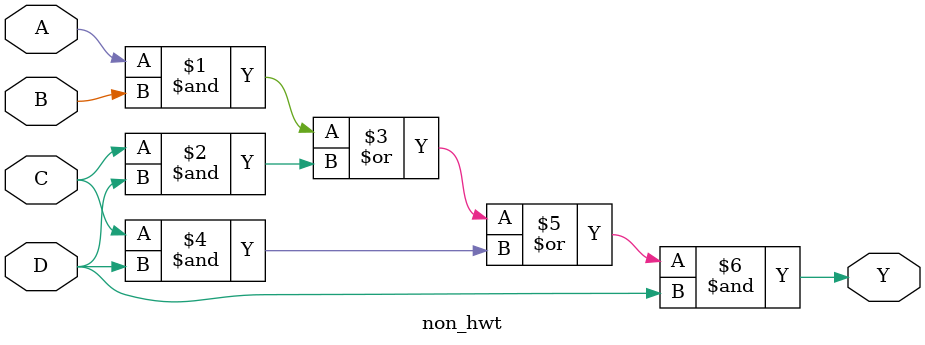
<source format=v>
module non_hwt (
  A,
  B,
  C,
  D,
  Y
);

  input A;
  input B;
  input C;
  input D;
  output Y;

  assign Y = ((((A & B) | (C & D)) | (C & D)) & D);
endmodule

</source>
